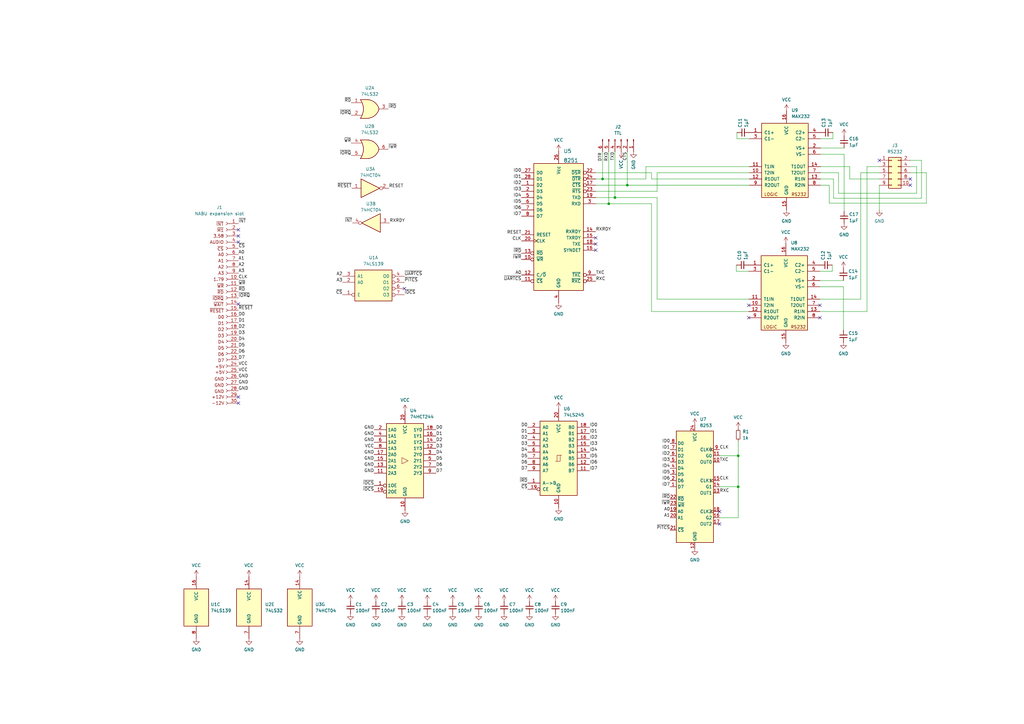
<source format=kicad_sch>
(kicad_sch (version 20211123) (generator eeschema)
  (paper "A3")
  (title_block (title "NABU-RS232") (date "2023-02-04") (rev "0.1") (company "Hans Hübner"))
  (lib_symbols
    (symbol "74xx:74HCT04"
      (property "Reference" "U" (at 0 1.27 0))
      (property "Value" "74HCT04" (at 0 -1.27 0))
      (symbol "74HCT04_1_0"
        (pin input line (at -7.62 0 0) (length 3.81) (name "~") (number "1"))
        (pin output inverted (at 7.62 0 180) (length 3.81) (name "~") (number "2"))
      )
      (symbol "74HCT04_2_0"
        (pin input line (at -7.62 0 0) (length 3.81) (name "~") (number "3"))
        (pin output inverted (at 7.62 0 180) (length 3.81) (name "~") (number "4"))
      )
      (symbol "74HCT04_3_0"
        (pin input line (at -7.62 0 0) (length 3.81) (name "~") (number "5"))
        (pin output inverted (at 7.62 0 180) (length 3.81) (name "~") (number "6"))
      )
      (symbol "74HCT04_4_0"
        (pin output inverted (at 7.62 0 180) (length 3.81) (name "~") (number "8"))
        (pin input line (at -7.62 0 0) (length 3.81) (name "~") (number "9"))
      )
      (symbol "74HCT04_5_0"
        (pin output inverted (at 7.62 0 180) (length 3.81) (name "~") (number "10"))
        (pin input line (at -7.62 0 0) (length 3.81) (name "~") (number "11"))
      )
      (symbol "74HCT04_6_0"
        (pin output inverted (at 7.62 0 180) (length 3.81) (name "~") (number "12"))
        (pin input line (at -7.62 0 0) (length 3.81) (name "~") (number "13"))
      )
      (symbol "74HCT04_7_0"
        (pin power_in line (at 0 12.7 270) (length 5.08) (name "VCC") (number "14"))
        (pin power_in line (at 0 -12.7 90) (length 5.08) (name "GND") (number "7"))
      )
    )
    (symbol "74xx:74HCT244"
      (property "Reference" "U" (at -7.62 16.51 0))
      (property "Value" "74HCT244" (at -7.62 -16.51 0))
      (symbol "74HCT244_1_0"
        (pin input inverted (at -12.7 -10.16 0) (length 5.08) (name "1OE") (number "1"))
        (pin power_in line (at 0 -20.32 90) (length 5.08) (name "GND") (number "10"))
        (pin input line (at -12.7 -5.08 0) (length 5.08) (name "2A3") (number "11"))
        (pin tri_state line (at 12.7 5.08 180) (length 5.08) (name "1Y3") (number "12"))
        (pin input line (at -12.7 -2.54 0) (length 5.08) (name "2A2") (number "13"))
        (pin tri_state line (at 12.7 7.62 180) (length 5.08) (name "1Y2") (number "14"))
        (pin input line (at -12.7 0 0) (length 5.08) (name "2A1") (number "15"))
        (pin tri_state line (at 12.7 10.16 180) (length 5.08) (name "1Y1") (number "16"))
        (pin input line (at -12.7 2.54 0) (length 5.08) (name "2A0") (number "17"))
        (pin tri_state line (at 12.7 12.7 180) (length 5.08) (name "1Y0") (number "18"))
        (pin input inverted (at -12.7 -12.7 0) (length 5.08) (name "2OE") (number "19"))
        (pin input line (at -12.7 12.7 0) (length 5.08) (name "1A0") (number "2"))
        (pin power_in line (at 0 20.32 270) (length 5.08) (name "VCC") (number "20"))
        (pin tri_state line (at 12.7 2.54 180) (length 5.08) (name "2Y0") (number "3"))
        (pin input line (at -12.7 10.16 0) (length 5.08) (name "1A1") (number "4"))
        (pin tri_state line (at 12.7 0 180) (length 5.08) (name "2Y1") (number "5"))
        (pin input line (at -12.7 7.62 0) (length 5.08) (name "1A2") (number "6"))
        (pin tri_state line (at 12.7 -2.54 180) (length 5.08) (name "2Y2") (number "7"))
        (pin input line (at -12.7 5.08 0) (length 5.08) (name "1A3") (number "8"))
        (pin tri_state line (at 12.7 -5.08 180) (length 5.08) (name "2Y3") (number "9"))
      )
    )
    (symbol "74xx:74LS139" (pin_names (offset 1.016))
      (property "Reference" "U" (at -7.62 8.89 0))
      (property "Value" "74LS139" (at -7.62 -8.89 0))
      (symbol "74LS139_1_0"
        (pin input inverted (at -12.7 -5.08 0) (length 5.08) (name "E") (number "1"))
        (pin input line (at -12.7 0 0) (length 5.08) (name "A0") (number "2"))
        (pin input line (at -12.7 2.54 0) (length 5.08) (name "A1") (number "3"))
        (pin output inverted (at 12.7 2.54 180) (length 5.08) (name "O0") (number "4"))
        (pin output inverted (at 12.7 0 180) (length 5.08) (name "O1") (number "5"))
        (pin output inverted (at 12.7 -2.54 180) (length 5.08) (name "O2") (number "6"))
        (pin output inverted (at 12.7 -5.08 180) (length 5.08) (name "O3") (number "7"))
      )
      (symbol "74LS139_2_0"
        (pin output inverted (at 12.7 -2.54 180) (length 5.08) (name "O2") (number "10"))
        (pin output inverted (at 12.7 0 180) (length 5.08) (name "O1") (number "11"))
        (pin output inverted (at 12.7 2.54 180) (length 5.08) (name "O0") (number "12"))
        (pin input line (at -12.7 2.54 0) (length 5.08) (name "A1") (number "13"))
        (pin input line (at -12.7 0 0) (length 5.08) (name "A0") (number "14"))
        (pin input inverted (at -12.7 -5.08 0) (length 5.08) (name "E") (number "15"))
        (pin output inverted (at 12.7 -5.08 180) (length 5.08) (name "O3") (number "9"))
      )
      (symbol "74LS139_3_0"
        (pin power_in line (at 0 12.7 270) (length 5.08) (name "VCC") (number "16"))
        (pin power_in line (at 0 -12.7 90) (length 5.08) (name "GND") (number "8"))
      )
    )
    (symbol "74xx:74LS245" (pin_names (offset 1.016))
      (property "Reference" "U" (at -7.62 16.51 0))
      (property "Value" "74LS245" (at -7.62 -16.51 0))
      (symbol "74LS245_1_0"
        (pin input line (at -12.7 -10.16 0) (length 5.08) (name "A->B") (number "1"))
        (pin power_in line (at 0 -20.32 90) (length 5.08) (name "GND") (number "10"))
        (pin tri_state line (at 12.7 -5.08 180) (length 5.08) (name "B7") (number "11"))
        (pin tri_state line (at 12.7 -2.54 180) (length 5.08) (name "B6") (number "12"))
        (pin tri_state line (at 12.7 0 180) (length 5.08) (name "B5") (number "13"))
        (pin tri_state line (at 12.7 2.54 180) (length 5.08) (name "B4") (number "14"))
        (pin tri_state line (at 12.7 5.08 180) (length 5.08) (name "B3") (number "15"))
        (pin tri_state line (at 12.7 7.62 180) (length 5.08) (name "B2") (number "16"))
        (pin tri_state line (at 12.7 10.16 180) (length 5.08) (name "B1") (number "17"))
        (pin tri_state line (at 12.7 12.7 180) (length 5.08) (name "B0") (number "18"))
        (pin input inverted (at -12.7 -12.7 0) (length 5.08) (name "CE") (number "19"))
        (pin tri_state line (at -12.7 12.7 0) (length 5.08) (name "A0") (number "2"))
        (pin power_in line (at 0 20.32 270) (length 5.08) (name "VCC") (number "20"))
        (pin tri_state line (at -12.7 10.16 0) (length 5.08) (name "A1") (number "3"))
        (pin tri_state line (at -12.7 7.62 0) (length 5.08) (name "A2") (number "4"))
        (pin tri_state line (at -12.7 5.08 0) (length 5.08) (name "A3") (number "5"))
        (pin tri_state line (at -12.7 2.54 0) (length 5.08) (name "A4") (number "6"))
        (pin tri_state line (at -12.7 0 0) (length 5.08) (name "A5") (number "7"))
        (pin tri_state line (at -12.7 -2.54 0) (length 5.08) (name "A6") (number "8"))
        (pin tri_state line (at -12.7 -5.08 0) (length 5.08) (name "A7") (number "9"))
      )
    )
    (symbol "74xx:74LS32" (pin_names (offset 1.016))
      (property "Reference" "U" (at 0 1.27 0))
      (property "Value" "74LS32" (at 0 -1.27 0))
      (symbol "74LS32_1_1"
        (pin input line (at -7.62 2.54 0) (length 4.318) (name "~") (number "1"))
        (pin input line (at -7.62 -2.54 0) (length 4.318) (name "~") (number "2"))
        (pin output line (at 7.62 0 180) (length 3.81) (name "~") (number "3"))
      )
      (symbol "74LS32_1_2"
        (pin input inverted (at -7.62 2.54 0) (length 3.81) (name "~") (number "1"))
        (pin input inverted (at -7.62 -2.54 0) (length 3.81) (name "~") (number "2"))
        (pin output inverted (at 7.62 0 180) (length 3.81) (name "~") (number "3"))
      )
      (symbol "74LS32_2_1"
        (pin input line (at -7.62 2.54 0) (length 4.318) (name "~") (number "4"))
        (pin input line (at -7.62 -2.54 0) (length 4.318) (name "~") (number "5"))
        (pin output line (at 7.62 0 180) (length 3.81) (name "~") (number "6"))
      )
      (symbol "74LS32_2_2"
        (pin input inverted (at -7.62 2.54 0) (length 3.81) (name "~") (number "4"))
        (pin input inverted (at -7.62 -2.54 0) (length 3.81) (name "~") (number "5"))
        (pin output inverted (at 7.62 0 180) (length 3.81) (name "~") (number "6"))
      )
      (symbol "74LS32_3_1"
        (pin input line (at -7.62 -2.54 0) (length 4.318) (name "~") (number "10"))
        (pin output line (at 7.62 0 180) (length 3.81) (name "~") (number "8"))
        (pin input line (at -7.62 2.54 0) (length 4.318) (name "~") (number "9"))
      )
      (symbol "74LS32_3_2"
        (pin input inverted (at -7.62 -2.54 0) (length 3.81) (name "~") (number "10"))
        (pin output inverted (at 7.62 0 180) (length 3.81) (name "~") (number "8"))
        (pin input inverted (at -7.62 2.54 0) (length 3.81) (name "~") (number "9"))
      )
      (symbol "74LS32_4_1"
        (pin output line (at 7.62 0 180) (length 3.81) (name "~") (number "11"))
        (pin input line (at -7.62 2.54 0) (length 4.318) (name "~") (number "12"))
        (pin input line (at -7.62 -2.54 0) (length 4.318) (name "~") (number "13"))
      )
      (symbol "74LS32_4_2"
        (pin output inverted (at 7.62 0 180) (length 3.81) (name "~") (number "11"))
        (pin input inverted (at -7.62 2.54 0) (length 3.81) (name "~") (number "12"))
        (pin input inverted (at -7.62 -2.54 0) (length 3.81) (name "~") (number "13"))
      )
      (symbol "74LS32_5_0"
        (pin power_in line (at 0 12.7 270) (length 5.08) (name "VCC") (number "14"))
        (pin power_in line (at 0 -12.7 90) (length 5.08) (name "GND") (number "7"))
      )
    )
    (symbol "8251:8251" (pin_names (offset 1.016))
      (property "Reference" "U" (at -7.62 33.02 0))
      (property "Value" "8251" (at 7.62 -21.59 0))
      (symbol "8251_1_1"
        (pin bidirectional line (at -15.24 22.86 0) (length 5.08) (name "D2") (number "1"))
        (pin input inverted (at -15.24 -7.62 0) (length 5.08) (name "~{WR}") (number "10"))
        (pin input inverted (at -15.24 -16.51 0) (length 5.08) (name "~{CS}") (number "11"))
        (pin input line (at -15.24 -13.97 0) (length 5.08) (name "C/~{D}") (number "12"))
        (pin input inverted (at -15.24 -5.08 0) (length 5.08) (name "~{RD}") (number "13"))
        (pin output line (at 15.24 3.81 180) (length 5.08) (name "RXRDY") (number "14"))
        (pin output line (at 15.24 1.27 180) (length 5.08) (name "TXRDY") (number "15"))
        (pin output line (at 15.24 -3.81 180) (length 5.08) (name "SYNDET") (number "16"))
        (pin passive inverted (at 15.24 22.86 180) (length 5.08) (name "~{CTS}") (number "17"))
        (pin output line (at 15.24 -1.27 180) (length 5.08) (name "TXE") (number "18"))
        (pin passive line (at 15.24 17.78 180) (length 5.08) (name "TXD") (number "19"))
        (pin bidirectional line (at -15.24 20.32 0) (length 5.08) (name "D3") (number "2"))
        (pin input clock (at -15.24 0 0) (length 5.08) (name "CLK") (number "20"))
        (pin input line (at -15.24 2.54 0) (length 5.08) (name "RESET") (number "21"))
        (pin passive inverted (at 15.24 27.94 180) (length 5.08) (name "~{DSR}") (number "22"))
        (pin output inverted (at 15.24 20.32 180) (length 5.08) (name "~{RTS}") (number "23"))
        (pin passive inverted (at 15.24 25.4 180) (length 5.08) (name "~{DTR}") (number "24"))
        (pin input inverted (at 15.24 -16.51 180) (length 5.08) (name "~{RXC}") (number "25"))
        (pin power_in line (at 0 36.83 270) (length 5.08) (name "Vcc") (number "26"))
        (pin input line (at -15.24 27.94 0) (length 5.08) (name "D0") (number "27"))
        (pin bidirectional line (at -15.24 25.4 0) (length 5.08) (name "D1") (number "28"))
        (pin passive line (at 15.24 15.24 180) (length 5.08) (name "RXD") (number "3"))
        (pin power_in line (at 0 -25.4 90) (length 5.08) (name "GND") (number "4"))
        (pin bidirectional line (at -15.24 17.78 0) (length 5.08) (name "D4") (number "5"))
        (pin bidirectional line (at -15.24 15.24 0) (length 5.08) (name "D5") (number "6"))
        (pin bidirectional line (at -15.24 12.7 0) (length 5.08) (name "D6") (number "7"))
        (pin bidirectional line (at -15.24 10.16 0) (length 5.08) (name "D7") (number "8"))
        (pin input inverted (at 15.24 -13.97 180) (length 5.08) (name "~{TXC}") (number "9"))
      )
    )
    (symbol "Connector:Conn_01x06_Male" (pin_names (offset 1.016) hide)
      (property "Reference" "J" (at 0 7.62 0))
      (property "Value" "Conn_01x06_Male" (at 0 -10.16 0))
      (symbol "Conn_01x06_Male_1_1"
        (pin passive line (at 5.08 5.08 180) (length 3.81) (name "Pin_1") (number "1"))
        (pin passive line (at 5.08 2.54 180) (length 3.81) (name "Pin_2") (number "2"))
        (pin passive line (at 5.08 0 180) (length 3.81) (name "Pin_3") (number "3"))
        (pin passive line (at 5.08 -2.54 180) (length 3.81) (name "Pin_4") (number "4"))
        (pin passive line (at 5.08 -5.08 180) (length 3.81) (name "Pin_5") (number "5"))
        (pin passive line (at 5.08 -7.62 180) (length 3.81) (name "Pin_6") (number "6"))
      )
    )
    (symbol "Connector_Generic:Conn_02x05_Odd_Even" (pin_names (offset 1.016) hide)
      (property "Reference" "J" (at 1.27 7.62 0))
      (property "Value" "Conn_02x05_Odd_Even" (at 1.27 -7.62 0))
      (symbol "Conn_02x05_Odd_Even_1_1"
        (pin passive line (at -5.08 5.08 0) (length 3.81) (name "Pin_1") (number "1"))
        (pin passive line (at 7.62 -5.08 180) (length 3.81) (name "Pin_10") (number "10"))
        (pin passive line (at 7.62 5.08 180) (length 3.81) (name "Pin_2") (number "2"))
        (pin passive line (at -5.08 2.54 0) (length 3.81) (name "Pin_3") (number "3"))
        (pin passive line (at 7.62 2.54 180) (length 3.81) (name "Pin_4") (number "4"))
        (pin passive line (at -5.08 0 0) (length 3.81) (name "Pin_5") (number "5"))
        (pin passive line (at 7.62 0 180) (length 3.81) (name "Pin_6") (number "6"))
        (pin passive line (at -5.08 -2.54 0) (length 3.81) (name "Pin_7") (number "7"))
        (pin passive line (at 7.62 -2.54 180) (length 3.81) (name "Pin_8") (number "8"))
        (pin passive line (at -5.08 -5.08 0) (length 3.81) (name "Pin_9") (number "9"))
      )
    )
    (symbol "Device:C_Small" (pin_numbers hide) (pin_names (offset 0.254) hide)
      (property "Reference" "C" (at 0.254 1.778 0))
      (property "Value" "C_Small" (at 0.254 -2.032 0))
      (symbol "C_Small_1_1"
        (pin passive line (at 0 2.54 270) (length 2.032) (name "~") (number "1"))
        (pin passive line (at 0 -2.54 90) (length 2.032) (name "~") (number "2"))
      )
    )
    (symbol "Device:R_Small" (pin_numbers hide) (pin_names (offset 0.254) hide)
      (property "Reference" "R" (at 0.762 0.508 0))
      (property "Value" "R_Small" (at 0.762 -1.016 0))
      (symbol "R_Small_1_1"
        (pin passive line (at 0 2.54 270) (length 0.762) (name "~") (number "1"))
        (pin passive line (at 0 -2.54 90) (length 0.762) (name "~") (number "2"))
      )
    )
    (symbol "Timer:8253"
      (property "Reference" "U" (at -5.08 24.13 0))
      (property "Value" "8253" (at 2.54 24.13 0))
      (symbol "8253_1_1"
        (pin bidirectional line (at -10.16 0 0) (length 2.54) (name "D7") (number "1"))
        (pin output line (at 10.16 10.16 180) (length 2.54) (name "OUT0") (number "10"))
        (pin input line (at 10.16 12.7 180) (length 2.54) (name "G0") (number "11"))
        (pin power_in line (at 0 -25.4 90) (length 2.54) (name "GND") (number "12"))
        (pin output line (at 10.16 -2.54 180) (length 2.54) (name "OUT1") (number "13"))
        (pin input line (at 10.16 0 180) (length 2.54) (name "G1") (number "14"))
        (pin input clock (at 10.16 2.54 180) (length 2.54) (name "CLK1") (number "15"))
        (pin input line (at 10.16 -12.7 180) (length 2.54) (name "G2") (number "16"))
        (pin output line (at 10.16 -15.24 180) (length 2.54) (name "OUT2") (number "17"))
        (pin input clock (at 10.16 -10.16 180) (length 2.54) (name "CLK2") (number "18"))
        (pin input line (at -10.16 -10.16 0) (length 2.54) (name "A0") (number "19"))
        (pin bidirectional line (at -10.16 2.54 0) (length 2.54) (name "D6") (number "2"))
        (pin input line (at -10.16 -12.7 0) (length 2.54) (name "A1") (number "20"))
        (pin input line (at -10.16 -17.78 0) (length 2.54) (name "~{CS}") (number "21"))
        (pin input line (at -10.16 -5.08 0) (length 2.54) (name "~{RD}") (number "22"))
        (pin input line (at -10.16 -7.62 0) (length 2.54) (name "~{WR}") (number "23"))
        (pin power_in line (at 0 25.4 270) (length 2.54) (name "VCC") (number "24"))
        (pin bidirectional line (at -10.16 5.08 0) (length 2.54) (name "D5") (number "3"))
        (pin bidirectional line (at -10.16 7.62 0) (length 2.54) (name "D4") (number "4"))
        (pin bidirectional line (at -10.16 10.16 0) (length 2.54) (name "D3") (number "5"))
        (pin bidirectional line (at -10.16 12.7 0) (length 2.54) (name "D2") (number "6"))
        (pin bidirectional line (at -10.16 15.24 0) (length 2.54) (name "D1") (number "7"))
        (pin bidirectional line (at -10.16 17.78 0) (length 2.54) (name "D0") (number "8"))
        (pin input clock (at 10.16 15.24 180) (length 2.54) (name "CLK0") (number "9"))
      )
    )
    (symbol "nabu-rs232:MAX232" (pin_names (offset 1.016))
      (property "Reference" "U1" (at -2.54 7.62 0))
      (property "Value" "MAX232" (at -5.08 5.08 0))
      (symbol "MAX232_0_0"
        (text "LOGIC" (at -6.35 -13.97 0) (effects (font (size 1.27 1.27))))
        (text "RS232" (at 5.08 -13.97 0) (effects (font (size 1.27 1.27))))
      )
      (symbol "MAX232_1_1"
        (pin passive line (at -15.24 11.43 0) (length 5.08) (name "C1+") (number "1"))
        (pin input line (at -15.24 -5.08 0) (length 5.08) (name "T2IN") (number "10"))
        (pin input line (at -15.24 -2.54 0) (length 5.08) (name "T1IN") (number "11"))
        (pin output line (at -15.24 -7.62 0) (length 5.08) (name "R1OUT") (number "12"))
        (pin input line (at 13.97 -7.62 180) (length 5.08) (name "R1IN") (number "13"))
        (pin output line (at 13.97 -2.54 180) (length 5.08) (name "T1OUT") (number "14"))
        (pin power_in line (at 0 -20.32 90) (length 5.08) (name "GND") (number "15"))
        (pin power_in line (at 0 20.32 270) (length 5.08) (name "VCC") (number "16"))
        (pin power_out line (at 13.97 5.08 180) (length 5.08) (name "VS+") (number "2"))
        (pin passive line (at -15.24 8.89 0) (length 5.08) (name "C1-") (number "3"))
        (pin passive line (at 13.97 11.43 180) (length 5.08) (name "C2+") (number "4"))
        (pin passive line (at 13.97 8.89 180) (length 5.08) (name "C2-") (number "5"))
        (pin power_out line (at 13.97 2.54 180) (length 5.08) (name "VS-") (number "6"))
        (pin output line (at 13.97 -5.08 180) (length 5.08) (name "T2OUT") (number "7"))
        (pin input line (at 13.97 -10.16 180) (length 5.08) (name "R2IN") (number "8"))
        (pin output line (at -15.24 -10.16 0) (length 5.08) (name "R2OUT") (number "9"))
      )
    )
    (symbol "nabu-rs232:NABU option connector" (pin_names (offset 1.016) hide)
      (property "Reference" "J1" (at -0.635 40.64 0))
      (property "Value" "NABU option connector" (at -0.635 38.1 0))
      (symbol "NABU option connector_0_0"
        (text "+12V" (at 3.302 -35.56 0) (effects (font (size 1.27 1.27))))
        (text "+5V" (at 2.54 -25.4 0) (effects (font (size 1.27 1.27))))
        (text "+5V" (at 2.54 -23.114 0) (effects (font (size 1.27 1.27))))
        (text "-12V" (at 3.302 -38.1 0) (effects (font (size 1.27 1.27))))
        (text "1.79" (at 3.048 12.7 0) (effects (font (size 1.27 1.27))))
        (text "3.58" (at 3.048 30.48 0) (effects (font (size 1.27 1.27))))
        (text "A0" (at 2.032 22.86 0) (effects (font (size 1.27 1.27))))
        (text "A1" (at 2.032 20.32 0) (effects (font (size 1.27 1.27))))
        (text "A2" (at 2.032 17.78 0) (effects (font (size 1.27 1.27))))
        (text "A3" (at 2.032 15.24 0) (effects (font (size 1.27 1.27))))
        (text "AUDIO" (at 3.81 27.94 0) (effects (font (size 1.27 1.27))))
        (text "D0" (at 2.032 -2.794 0) (effects (font (size 1.27 1.27))))
        (text "D1" (at 2.032 -5.334 0) (effects (font (size 1.27 1.27))))
        (text "D2" (at 2.032 -7.874 0) (effects (font (size 1.27 1.27))))
        (text "D3" (at 2.032 -10.414 0) (effects (font (size 1.27 1.27))))
        (text "D4" (at 2.032 -12.954 0) (effects (font (size 1.27 1.27))))
        (text "D5" (at 2.032 -15.494 0) (effects (font (size 1.27 1.27))))
        (text "D6" (at 2.032 -18.034 0) (effects (font (size 1.27 1.27))))
        (text "D7" (at 2.032 -20.574 0) (effects (font (size 1.27 1.27))))
        (text "GND" (at 2.794 -33.274 0) (effects (font (size 1.27 1.27))))
        (text "GND" (at 2.794 -30.734 0) (effects (font (size 1.27 1.27))))
        (text "GND" (at 2.794 -28.194 0) (effects (font (size 1.27 1.27))))
        (text "~{CS}" (at 2.286 25.146 0) (effects (font (size 1.27 1.27))))
        (text "~{INT}" (at 2.54 35.306 0) (effects (font (size 1.27 1.27))))
        (text "~{IORQ}" (at 3.302 4.826 0) (effects (font (size 1.27 1.27))))
        (text "~{M1}" (at 2.286 32.766 0) (effects (font (size 1.27 1.27))))
        (text "~{RD}" (at 2.286 7.366 0) (effects (font (size 1.27 1.27))))
        (text "~{RESET}" (at 3.81 -0.254 0) (effects (font (size 1.27 1.27))))
        (text "~{WAIT}" (at 3.048 2.286 0) (effects (font (size 1.27 1.27))))
        (text "~{WR}" (at 2.286 9.906 0) (effects (font (size 1.27 1.27))))
      )
      (symbol "NABU option connector_1_1"
        (pin input line (at -5.08 35.56 0) (length 3.81) (name "~{INT}") (number "1"))
        (pin output line (at -5.08 12.7 0) (length 3.81) (name "1.79") (number "10"))
        (pin output line (at -5.08 10.16 0) (length 3.81) (name "~{WR}") (number "11"))
        (pin output line (at -5.08 7.62 0) (length 3.81) (name "~{RD}") (number "12"))
        (pin output line (at -5.08 5.08 0) (length 3.81) (name "~{IORQ}") (number "13"))
        (pin input line (at -5.08 2.54 0) (length 3.81) (name "~{WAIT}") (number "14"))
        (pin output line (at -5.08 0 0) (length 3.81) (name "~{RESET}") (number "15"))
        (pin bidirectional line (at -5.08 -2.54 0) (length 3.81) (name "D0") (number "16"))
        (pin bidirectional line (at -5.08 -5.08 0) (length 3.81) (name "D1") (number "17"))
        (pin bidirectional line (at -5.08 -7.62 0) (length 3.81) (name "D2") (number "18"))
        (pin bidirectional line (at -5.08 -10.16 0) (length 3.81) (name "D3") (number "19"))
        (pin output line (at -5.08 33.02 0) (length 3.81) (name "~{M1}") (number "2"))
        (pin bidirectional line (at -5.08 -12.7 0) (length 3.81) (name "D4") (number "20"))
        (pin bidirectional line (at -5.08 -15.24 0) (length 3.81) (name "D5") (number "21"))
        (pin bidirectional line (at -5.08 -17.78 0) (length 3.81) (name "D6") (number "22"))
        (pin bidirectional line (at -5.08 -20.32 0) (length 3.81) (name "D7") (number "23"))
        (pin power_out line (at -5.08 -22.86 0) (length 3.81) (name "+5V") (number "24"))
        (pin power_out line (at -5.08 -25.4 0) (length 3.81) (name "+5V") (number "25"))
        (pin power_out line (at -5.08 -27.94 0) (length 3.81) (name "GND") (number "26"))
        (pin power_out line (at -5.08 -30.48 0) (length 3.81) (name "GND") (number "27"))
        (pin power_out line (at -5.08 -33.02 0) (length 3.81) (name "GND") (number "28"))
        (pin power_out line (at -5.08 -35.56 0) (length 3.81) (name "+12V") (number "29"))
        (pin output line (at -5.08 30.48 0) (length 3.81) (name "3.58") (number "3"))
        (pin power_out line (at -5.08 -38.1 0) (length 3.81) (name "-12V") (number "30"))
        (pin input line (at -5.08 27.94 0) (length 3.81) (name "AUDIO") (number "4"))
        (pin output line (at -5.08 25.4 0) (length 3.81) (name "~{CS}") (number "5"))
        (pin output line (at -5.08 22.86 0) (length 3.81) (name "A0") (number "6"))
        (pin output line (at -5.08 20.32 0) (length 3.81) (name "A1") (number "7"))
        (pin output line (at -5.08 17.78 0) (length 3.81) (name "A2") (number "8"))
        (pin output line (at -5.08 15.24 0) (length 3.81) (name "A3") (number "9"))
      )
    )
    (symbol "power:GND" (power) (pin_names (offset 0))
      (property "Value" "GND" (at 0 -3.81 0))
      (symbol "GND_1_1"
        (pin power_in line (at 0 0 270) (length 0) hide (name "GND") (number "1"))
      )
    )
    (symbol "power:VCC" (power) (pin_names (offset 0))
      (property "Value" "VCC" (at 0 3.81 0))
      (symbol "VCC_1_1"
        (pin power_in line (at 0 0 90) (length 0) hide (name "VCC") (number "1"))
      )
    )
  )
  (junction (at 257.302 75.946))
  (junction (at 247.142 73.406))
  (junction (at 249.682 83.566))
  (junction (at 302.768 186.944))
  (junction (at 302.768 199.644))
  (junction (at 252.222 81.026))
  (no_connect (at 295.148 209.804))
  (no_connect (at 295.148 214.884))
  (no_connect (at 336.296 125.222))
  (no_connect (at 307.086 130.302))
  (no_connect (at 307.086 125.222))
  (no_connect (at 97.79 94.234))
  (no_connect (at 97.79 124.714))
  (no_connect (at 97.79 99.314))
  (no_connect (at 97.79 96.774))
  (no_connect (at 97.79 162.814))
  (no_connect (at 97.79 165.354))
  (no_connect (at 165.862 118.364))
  (no_connect (at 360.68 65.786))
  (no_connect (at 373.38 75.946))
  (no_connect (at 373.38 73.406))
  (no_connect (at 244.348 102.616))
  (no_connect (at 244.348 97.536))
  (no_connect (at 244.348 100.076))
  (no_connect (at 336.296 130.302))
  (wire (pts (xy 302.006 111.252) (xy 307.086 111.252)))
  (wire (pts (xy 348.488 68.326) (xy 348.488 73.406)))
  (wire (pts (xy 252.222 62.23) (xy 252.222 81.026)))
  (wire (pts (xy 360.68 75.946) (xy 360.68 86.106)))
  (wire (pts (xy 269.494 70.866) (xy 307.34 70.866)))
  (wire (pts (xy 360.68 70.866) (xy 353.06 70.866)))
  (wire (pts (xy 249.682 83.566) (xy 267.208 83.566)))
  (wire (pts (xy 379.984 70.866) (xy 373.38 70.866)))
  (wire (pts (xy 336.55 56.896) (xy 341.63 56.896)))
  (wire (pts (xy 348.488 73.406) (xy 360.68 73.406)))
  (wire (pts (xy 269.494 78.486) (xy 269.494 70.866)))
  (wire (pts (xy 336.55 73.406) (xy 341.884 73.406)))
  (wire (pts (xy 341.884 73.406) (xy 341.884 81.28)))
  (wire (pts (xy 336.55 63.246) (xy 346.202 63.246)))
  (wire (pts (xy 247.142 73.406) (xy 264.922 73.406)))
  (wire (pts (xy 302.26 56.896) (xy 307.34 56.896)))
  (wire (pts (xy 244.348 78.486) (xy 269.494 78.486)))
  (wire (pts (xy 336.55 70.866) (xy 343.916 70.866)))
  (wire (pts (xy 302.768 186.944) (xy 302.768 199.644)))
  (wire (pts (xy 302.768 212.344) (xy 302.768 199.644)))
  (wire (pts (xy 267.208 73.406) (xy 307.34 73.406)))
  (wire (pts (xy 244.348 73.406) (xy 247.142 73.406)))
  (wire (pts (xy 336.55 75.946) (xy 340.106 75.946)))
  (wire (pts (xy 341.884 81.28) (xy 377.952 81.28)))
  (wire (pts (xy 264.922 68.326) (xy 264.922 73.406)))
  (wire (pts (xy 375.92 79.248) (xy 375.92 68.326)))
  (wire (pts (xy 341.63 54.356) (xy 341.63 56.896)))
  (wire (pts (xy 377.952 65.786) (xy 373.38 65.786)))
  (wire (pts (xy 336.296 117.602) (xy 345.948 117.602)))
  (wire (pts (xy 244.348 83.566) (xy 249.682 83.566)))
  (wire (pts (xy 295.148 199.644) (xy 302.768 199.644)))
  (wire (pts (xy 267.208 83.566) (xy 267.208 127.762)))
  (wire (pts (xy 302.26 54.356) (xy 302.26 56.896)))
  (wire (pts (xy 336.296 127.762) (xy 355.6 127.762)))
  (wire (pts (xy 353.06 122.682) (xy 336.296 122.682)))
  (wire (pts (xy 244.348 70.866) (xy 267.208 70.866)))
  (wire (pts (xy 340.106 83.312) (xy 379.984 83.312)))
  (wire (pts (xy 343.916 79.248) (xy 375.92 79.248)))
  (wire (pts (xy 295.148 186.944) (xy 302.768 186.944)))
  (wire (pts (xy 336.55 60.706) (xy 346.202 60.706)))
  (wire (pts (xy 295.148 212.344) (xy 302.768 212.344)))
  (wire (pts (xy 355.6 127.762) (xy 355.6 68.326)))
  (wire (pts (xy 302.768 186.944) (xy 302.768 180.848)))
  (wire (pts (xy 257.302 62.23) (xy 257.302 75.946)))
  (wire (pts (xy 302.006 108.712) (xy 302.006 111.252)))
  (wire (pts (xy 346.202 63.246) (xy 346.202 86.614)))
  (wire (pts (xy 249.682 62.23) (xy 249.682 83.566)))
  (wire (pts (xy 269.494 122.682) (xy 307.086 122.682)))
  (wire (pts (xy 247.142 62.23) (xy 247.142 73.406)))
  (wire (pts (xy 267.208 127.762) (xy 307.086 127.762)))
  (wire (pts (xy 345.948 117.602) (xy 345.948 135.382)))
  (wire (pts (xy 336.55 68.326) (xy 348.488 68.326)))
  (wire (pts (xy 375.92 68.326) (xy 373.38 68.326)))
  (wire (pts (xy 341.376 108.712) (xy 341.376 111.252)))
  (wire (pts (xy 336.296 111.252) (xy 341.376 111.252)))
  (wire (pts (xy 269.494 81.026) (xy 269.494 122.682)))
  (wire (pts (xy 307.34 68.326) (xy 264.922 68.326)))
  (wire (pts (xy 343.916 70.866) (xy 343.916 79.248)))
  (wire (pts (xy 336.296 115.062) (xy 345.948 115.062)))
  (wire (pts (xy 379.984 83.312) (xy 379.984 70.866)))
  (wire (pts (xy 353.06 70.866) (xy 353.06 122.682)))
  (wire (pts (xy 267.208 70.866) (xy 267.208 73.406)))
  (wire (pts (xy 340.106 75.946) (xy 340.106 83.312)))
  (wire (pts (xy 377.952 81.28) (xy 377.952 65.786)))
  (wire (pts (xy 244.348 75.946) (xy 257.302 75.946)))
  (wire (pts (xy 257.302 75.946) (xy 307.34 75.946)))
  (wire (pts (xy 244.348 81.026) (xy 252.222 81.026)))
  (wire (pts (xy 355.6 68.326) (xy 360.68 68.326)))
  (wire (pts (xy 252.222 81.026) (xy 269.494 81.026)))
  (label "~{IRD}" (at 216.408 198.12 180))
  (label "GND" (at 153.416 194.056 180))
  (label "~{IWR}" (at 274.828 207.264 180))
  (label "ID6" (at 274.828 197.104 180))
  (label "DTR" (at 247.142 62.484 270))
  (label "~{WR}" (at 97.79 117.094 0))
  (label "A2" (at 140.462 113.284 180))
  (label "GND" (at 153.416 186.436 180))
  (label "TXC" (at 295.148 189.484 0))
  (label "~{IDCS}" (at 153.416 199.136 180))
  (label "A1" (at 97.79 106.934 0))
  (label "VCC" (at 97.79 150.114 0))
  (label "ID2" (at 274.828 186.944 180))
  (label "~{IRD}" (at 274.828 204.724 180))
  (label "GND" (at 153.416 188.976 180))
  (label "~{IRD}" (at 213.868 103.886 180))
  (label "~{CS}" (at 140.462 120.904 180))
  (label "CLK" (at 295.148 184.404 0))
  (label "RESET" (at 213.868 96.266 180))
  (label "RXD" (at 249.682 62.23 270))
  (label "CTS" (at 257.302 62.23 270))
  (label "D0" (at 178.816 176.276 0))
  (label "D3" (at 178.816 183.896 0))
  (label "RESET" (at 159.512 77.216 0))
  (label "~{INT}" (at 97.79 91.694 0))
  (label "D5" (at 178.816 188.976 0))
  (label "ID0" (at 241.808 175.26 0))
  (label "~{RESET}" (at 97.79 127.254 0))
  (label "D2" (at 97.79 134.874 0))
  (label "ID2" (at 213.868 75.946 180))
  (label "ID5" (at 213.868 83.566 180))
  (label "ID7" (at 213.868 88.646 180))
  (label "~{CS}" (at 216.408 200.66 180))
  (label "GND" (at 97.79 155.194 0))
  (label "ID4" (at 213.868 81.026 180))
  (label "RXC" (at 295.148 202.184 0))
  (label "ID5" (at 241.808 187.96 0))
  (label "~{PITCS}" (at 274.828 217.424 180))
  (label "A3" (at 97.79 112.014 0))
  (label "D7" (at 97.79 147.574 0))
  (label "A0" (at 97.79 104.394 0))
  (label "~{RD}" (at 97.79 119.634 0))
  (label "ID6" (at 213.868 86.106 180))
  (label "D5" (at 97.79 142.494 0))
  (label "~{PITCS}" (at 165.862 115.824 0))
  (label "A1" (at 274.828 212.344 180))
  (label "D0" (at 216.408 175.26 180))
  (label "~{IORQ}" (at 144.018 63.754 180))
  (label "GND" (at 153.416 181.356 180))
  (label "D3" (at 216.408 182.88 180))
  (label "ID6" (at 241.808 190.5 0))
  (label "~{IWR}" (at 213.868 106.426 180))
  (label "CLK" (at 213.868 98.806 180))
  (label "GND" (at 153.416 176.276 180))
  (label "ID4" (at 241.808 185.42 0))
  (label "D2" (at 216.408 180.34 180))
  (label "TXC" (at 244.348 112.776 0))
  (label "~{UARTCS}" (at 165.862 113.284 0))
  (label "~{CS}" (at 97.79 101.854 0))
  (label "~{IRD}" (at 159.258 44.704 0))
  (label "D3" (at 97.79 137.414 0))
  (label "ID3" (at 213.868 78.486 180))
  (label "~{RESET}" (at 144.272 77.216 180))
  (label "RXRDY" (at 244.348 94.996 0))
  (label "VCC" (at 153.416 183.896 180))
  (label "GND" (at 97.79 160.274 0))
  (label "D4" (at 97.79 139.954 0))
  (label "D1" (at 97.79 132.334 0))
  (label "~{INT}" (at 144.526 91.44 180))
  (label "ID3" (at 241.808 182.88 0))
  (label "~{IWR}" (at 159.258 61.214 0))
  (label "A3" (at 140.462 115.824 180))
  (label "A2" (at 97.79 109.474 0))
  (label "ID2" (at 241.808 180.34 0))
  (label "ID5" (at 274.828 194.564 180))
  (label "D6" (at 216.408 190.5 180))
  (label "RXRDY" (at 159.766 91.44 0))
  (label "D1" (at 216.408 177.8 180))
  (label "ID3" (at 274.828 189.484 180))
  (label "ID1" (at 241.808 177.8 0))
  (label "D7" (at 216.408 193.04 180))
  (label "D0" (at 97.79 129.794 0))
  (label "TXD" (at 252.222 62.23 270))
  (label "ID1" (at 274.828 184.404 180))
  (label "A0" (at 274.828 209.804 180))
  (label "~{IDCS}" (at 165.862 120.904 0))
  (label "D4" (at 178.816 186.436 0))
  (label "~{IORQ}" (at 97.79 122.174 0))
  (label "~{IORQ}" (at 144.018 47.244 180))
  (label "D6" (at 178.816 191.516 0))
  (label "GND" (at 153.416 178.816 180))
  (label "~{RD}" (at 144.018 42.164 180))
  (label "CLK" (at 97.79 114.554 0))
  (label "VCC" (at 97.79 152.654 0))
  (label "D5" (at 216.408 187.96 180))
  (label "A0" (at 213.868 112.776 180))
  (label "ID0" (at 274.828 181.864 180))
  (label "CLK" (at 295.148 197.104 0))
  (label "D6" (at 97.79 145.034 0))
  (label "ID1" (at 213.868 73.406 180))
  (label "ID7" (at 274.828 199.644 180))
  (label "ID7" (at 241.808 193.04 0))
  (label "RXC" (at 244.348 115.316 0))
  (label "D4" (at 216.408 185.42 180))
  (label "D7" (at 178.816 194.056 0))
  (label "GND" (at 97.79 157.734 0))
  (label "ID0" (at 213.868 70.866 180))
  (label "ID4" (at 274.828 192.024 180))
  (label "~{UARTCS}" (at 213.868 115.316 180))
  (label "GND" (at 153.416 191.516 180))
  (label "~{IDCS}" (at 153.416 201.676 180))
  (label "D2" (at 178.816 181.356 0))
  (label "~{WR}" (at 144.018 58.674 180))
  (label "D1" (at 178.816 178.816 0))
  (symbol (lib_id "power:GND") (at 196.342 251.714 0) (unit 1)
    (property "Reference" "#PWR0110" (effects hide))
    (property "Value" "GND" (at 196.342 256.286 0))
  )
  (symbol (lib_id "nabu-rs232:NABU option connector") (at 92.71 127.254 0) (mirror y) (unit 1)
    (property "Reference" "J1" (at 90.0021 85.09 0))
    (property "Value" "NABU expansion slot" (at 90.0021 87.63 0))
    (property "Footprint" "Connector_PinSocket_2.54mm:NABU_Option_Connector" (effects hide))
  )
  (symbol (lib_id "Device:C_Small") (at 346.202 58.166 0) (unit 1)
    (property "Reference" "C16" (at 348.234 56.896 0) (effects (justify left)))
    (property "Value" "1µF" (at 348.234 59.436 0) (effects (justify left)))
    (property "Footprint" "Capacitor_SMD:C_0603_1608Metric_Pad1.08x0.95mm_HandSolder" (effects hide))
  )
  (symbol (lib_id "Device:C_Small") (at 338.836 108.712 90) (unit 1)
    (property "Reference" "C12" (at 337.566 106.68 0) (effects (justify left)))
    (property "Value" "1µF" (at 340.106 106.68 0) (effects (justify left)))
    (property "Footprint" "Capacitor_SMD:C_0603_1608Metric_Pad1.08x0.95mm_HandSolder" (effects hide))
  )
  (symbol (lib_id "nabu-rs232:MAX232") (at 322.326 120.142 0) (unit 1)
    (property "Reference" "U8" (at 324.3454 99.568 0) (effects (justify left)))
    (property "Value" "MAX232" (at 324.3454 102.108 0) (effects (justify left)))
    (property "Footprint" "Package_SO:SOP-16_4.55x10.3mm_P1.27mm" (effects hide))
    (property "Datasheet" "http://www.ti.com/lit/ds/symlink/max232.pdf" (effects hide))
  )
  (symbol (lib_id "Device:C_Small") (at 345.948 112.522 0) (unit 1)
    (property "Reference" "C14" (at 347.98 111.252 0) (effects (justify left)))
    (property "Value" "1µF" (at 347.98 113.792 0) (effects (justify left)))
    (property "Footprint" "Capacitor_SMD:C_0603_1608Metric_Pad1.08x0.95mm_HandSolder" (effects hide))
  )
  (symbol (lib_id "power:VCC") (at 143.764 246.634 0) (unit 1)
    (property "Reference" "#PWR0123" (effects hide))
    (property "Value" "VCC" (at 143.764 242.062 0))
  )
  (symbol (lib_id "74xx:74HCT04") (at 151.892 77.216 0) (unit 1)
    (property "Reference" "U3" (at 151.892 69.342 0))
    (property "Value" "74HCT04" (at 151.892 71.882 0))
    (property "Footprint" "Package_SO:SOP-14_4.55x10.3mm_P1.27mm" (effects hide))
    (property "Datasheet" "https://assets.nexperia.com/documents/data-sheet/74HC_HCT04.pdf" (effects hide))
  )
  (symbol (lib_id "Device:C_Small") (at 185.674 249.174 0) (unit 1)
    (property "Reference" "C5" (at 187.706 247.904 0) (effects (justify left)))
    (property "Value" "100nF" (at 187.706 250.444 0) (effects (justify left)))
    (property "Footprint" "Capacitor_SMD:C_0603_1608Metric_Pad1.08x0.95mm_HandSolder" (effects hide))
  )
  (symbol (lib_id "power:VCC") (at 229.108 167.64 0) (unit 1)
    (property "Reference" "#PWR0103" (effects hide))
    (property "Value" "VCC" (at 229.108 163.068 0))
  )
  (symbol (lib_id "Device:C_Small") (at 206.756 249.174 0) (unit 1)
    (property "Reference" "C7" (at 208.788 247.904 0) (effects (justify left)))
    (property "Value" "100nF" (at 208.788 250.444 0) (effects (justify left)))
    (property "Footprint" "Capacitor_SMD:C_0603_1608Metric_Pad1.08x0.95mm_HandSolder" (effects hide))
  )
  (symbol (lib_id "power:GND") (at 346.202 91.694 0) (unit 1)
    (property "Reference" "#PWR0143" (effects hide))
    (property "Value" "GND" (at 346.202 96.266 0))
  )
  (symbol (lib_id "power:GND") (at 102.108 261.874 0) (unit 1)
    (property "Reference" "#PWR0112" (effects hide))
    (property "Value" "GND" (at 102.108 266.446 0))
  )
  (symbol (lib_id "Device:R_Small") (at 302.768 178.308 0) (unit 1)
    (property "Reference" "R1" (at 304.546 177.0379 0) (effects (justify left)))
    (property "Value" "1k" (at 304.546 179.5779 0) (effects (justify left)))
    (property "Footprint" "Resistor_SMD:R_0805_2012Metric_Pad1.20x1.40mm_HandSolder" (effects hide))
  )
  (symbol (lib_id "power:GND") (at 229.108 124.206 0) (unit 1)
    (property "Reference" "#PWR0101" (effects hide))
    (property "Value" "GND" (at 229.108 128.778 0))
  )
  (symbol (lib_id "power:GND") (at 227.838 251.714 0) (unit 1)
    (property "Reference" "#PWR0128" (effects hide))
    (property "Value" "GND" (at 227.838 256.286 0))
  )
  (symbol (lib_id "74xx:74LS32") (at 151.638 61.214 0) (unit 2)
    (property "Reference" "U2" (at 151.638 51.816 0))
    (property "Value" "74LS32" (at 151.638 54.356 0))
    (property "Footprint" "Package_SO:SOP-14_4.55x10.3mm_P1.27mm" (effects hide))
    (property "Datasheet" "http://www.ti.com/lit/gpn/sn74LS32" (effects hide))
  )
  (symbol (lib_id "nabu-rs232:MAX232") (at 322.58 65.786 0) (unit 1)
    (property "Reference" "U9" (at 324.5994 45.212 0) (effects (justify left)))
    (property "Value" "MAX232" (at 324.5994 47.752 0) (effects (justify left)))
    (property "Footprint" "Package_SO:SOP-16_4.55x10.3mm_P1.27mm" (effects hide))
    (property "Datasheet" "http://www.ti.com/lit/ds/symlink/max232.pdf" (effects hide))
  )
  (symbol (lib_id "power:VCC") (at 322.58 45.466 0) (unit 1)
    (property "Reference" "#PWR0137" (effects hide))
    (property "Value" "VCC" (at 322.58 40.894 0))
  )
  (symbol (lib_id "74xx:74HCT244") (at 166.116 188.976 0) (unit 1)
    (property "Reference" "U4" (at 168.1354 168.402 0) (effects (justify left)))
    (property "Value" "74HCT244" (at 168.1354 170.942 0) (effects (justify left)))
    (property "Footprint" "Package_SO:SOP-20_7.5x12.8mm_P1.27mm" (effects hide))
    (property "Datasheet" "https://assets.nexperia.com/documents/data-sheet/74HC_HCT244.pdf" (effects hide))
  )
  (symbol (lib_id "Device:C_Small") (at 175.26 249.174 0) (unit 1)
    (property "Reference" "C4" (at 177.292 247.904 0) (effects (justify left)))
    (property "Value" "100nF" (at 177.292 250.444 0) (effects (justify left)))
    (property "Footprint" "Capacitor_SMD:C_0603_1608Metric_Pad1.08x0.95mm_HandSolder" (effects hide))
  )
  (symbol (lib_id "power:GND") (at 80.518 261.874 0) (unit 1)
    (property "Reference" "#PWR0113" (effects hide))
    (property "Value" "GND" (at 80.518 266.446 0))
  )
  (symbol (lib_id "power:VCC") (at 346.202 55.626 0) (unit 1)
    (property "Reference" "#PWR0144" (effects hide))
    (property "Value" "VCC" (at 346.202 51.054 0))
  )
  (symbol (lib_id "power:VCC") (at 284.988 174.244 0) (unit 1)
    (property "Reference" "#PWR0136" (effects hide))
    (property "Value" "VCC" (at 284.988 169.672 0))
  )
  (symbol (lib_id "74xx:74LS32") (at 151.638 44.704 0) (unit 1)
    (property "Reference" "U2" (at 151.638 36.068 0))
    (property "Value" "74LS32" (at 151.638 38.608 0))
    (property "Footprint" "Package_SO:SOP-14_4.55x10.3mm_P1.27mm" (effects hide))
    (property "Datasheet" "http://www.ti.com/lit/gpn/sn74LS32" (effects hide))
  )
  (symbol (lib_id "74xx:74LS139") (at 80.518 249.174 0) (unit 3)
    (property "Reference" "U1" (at 86.36 247.9039 0) (effects (justify left)))
    (property "Value" "74LS139" (at 86.36 250.4439 0) (effects (justify left)))
    (property "Footprint" "Package_SO:SOP-16_4.55x10.3mm_P1.27mm" (effects hide))
    (property "Datasheet" "http://www.ti.com/lit/ds/symlink/sn74ls139a.pdf" (effects hide))
  )
  (symbol (lib_id "power:GND") (at 164.846 251.714 0) (unit 1)
    (property "Reference" "#PWR0120" (effects hide))
    (property "Value" "GND" (at 164.846 256.286 0))
  )
  (symbol (lib_id "power:GND") (at 217.17 251.714 0) (unit 1)
    (property "Reference" "#PWR0127" (effects hide))
    (property "Value" "GND" (at 217.17 256.286 0))
  )
  (symbol (lib_id "power:VCC") (at 227.838 246.634 0) (unit 1)
    (property "Reference" "#PWR0129" (effects hide))
    (property "Value" "VCC" (at 227.838 242.062 0))
  )
  (symbol (lib_id "Device:C_Small") (at 154.178 249.174 0) (unit 1)
    (property "Reference" "C2" (at 156.21 247.904 0) (effects (justify left)))
    (property "Value" "100nF" (at 156.21 250.444 0) (effects (justify left)))
    (property "Footprint" "Capacitor_SMD:C_0603_1608Metric_Pad1.08x0.95mm_HandSolder" (effects hide))
  )
  (symbol (lib_id "power:GND") (at 185.674 251.714 0) (unit 1)
    (property "Reference" "#PWR0107" (effects hide))
    (property "Value" "GND" (at 185.674 256.286 0))
  )
  (symbol (lib_id "power:VCC") (at 166.116 168.656 0) (unit 1)
    (property "Reference" "#PWR0117" (effects hide))
    (property "Value" "VCC" (at 166.116 164.084 0))
  )
  (symbol (lib_id "power:GND") (at 166.116 209.296 0) (unit 1)
    (property "Reference" "#PWR0118" (effects hide))
    (property "Value" "GND" (at 166.116 213.868 0))
  )
  (symbol (lib_id "74xx:74HCT04") (at 122.936 249.174 0) (unit 7)
    (property "Reference" "U3" (at 129.286 247.9039 0) (effects (justify left)))
    (property "Value" "74HCT04" (at 129.286 250.4439 0) (effects (justify left)))
    (property "Footprint" "Package_SO:SOP-14_4.55x10.3mm_P1.27mm" (effects hide))
    (property "Datasheet" "https://assets.nexperia.com/documents/data-sheet/74HC_HCT04.pdf" (effects hide))
  )
  (symbol (lib_id "Device:C_Small") (at 304.546 108.712 90) (unit 1)
    (property "Reference" "C10" (at 303.276 106.68 0) (effects (justify left)))
    (property "Value" "1µF" (at 305.816 106.68 0) (effects (justify left)))
    (property "Footprint" "Capacitor_SMD:C_0603_1608Metric_Pad1.08x0.95mm_HandSolder" (effects hide))
  )
  (symbol (lib_id "power:GND") (at 122.936 261.874 0) (unit 1)
    (property "Reference" "#PWR0111" (effects hide))
    (property "Value" "GND" (at 122.936 266.446 0))
  )
  (symbol (lib_id "power:VCC") (at 196.342 246.634 0) (unit 1)
    (property "Reference" "#PWR0108" (effects hide))
    (property "Value" "VCC" (at 196.342 242.062 0))
  )
  (symbol (lib_id "power:VCC") (at 217.17 246.634 0) (unit 1)
    (property "Reference" "#PWR0104" (effects hide))
    (property "Value" "VCC" (at 217.17 242.062 0))
  )
  (symbol (lib_id "Device:C_Small") (at 196.342 249.174 0) (unit 1)
    (property "Reference" "C6" (at 198.374 247.904 0) (effects (justify left)))
    (property "Value" "100nF" (at 198.374 250.444 0) (effects (justify left)))
    (property "Footprint" "Capacitor_SMD:C_0603_1608Metric_Pad1.08x0.95mm_HandSolder" (effects hide))
  )
  (symbol (lib_id "power:VCC") (at 322.326 99.822 0) (unit 1)
    (property "Reference" "#PWR0138" (effects hide))
    (property "Value" "VCC" (at 322.326 95.25 0))
  )
  (symbol (lib_id "power:GND") (at 229.108 208.28 0) (unit 1)
    (property "Reference" "#PWR0130" (effects hide))
    (property "Value" "GND" (at 229.108 212.852 0))
  )
  (symbol (lib_id "74xx:74LS32") (at 102.108 249.174 0) (unit 5)
    (property "Reference" "U2" (at 108.712 247.9039 0) (effects (justify left)))
    (property "Value" "74LS32" (at 108.712 250.4439 0) (effects (justify left)))
    (property "Footprint" "Package_SO:SOP-14_4.55x10.3mm_P1.27mm" (effects hide))
    (property "Datasheet" "http://www.ti.com/lit/gpn/sn74LS32" (effects hide))
  )
  (symbol (lib_id "power:GND") (at 154.178 251.714 0) (unit 1)
    (property "Reference" "#PWR0124" (effects hide))
    (property "Value" "GND" (at 154.178 256.286 0))
  )
  (symbol (lib_id "power:VCC") (at 154.178 246.634 0) (unit 1)
    (property "Reference" "#PWR0125" (effects hide))
    (property "Value" "VCC" (at 154.178 242.062 0))
  )
  (symbol (lib_id "Timer:8253") (at 284.988 199.644 0) (unit 1)
    (property "Reference" "U7" (at 287.0074 171.958 0) (effects (justify left)))
    (property "Value" "8253" (at 287.0074 174.498 0) (effects (justify left)))
    (property "Footprint" "Package_DIP:DIP-24_W15.24mm" (effects hide))
    (property "Datasheet" "http://www.cpcwiki.eu/imgs/e/e3/8253.pdf" (effects hide))
  )
  (symbol (lib_id "Device:C_Small") (at 339.09 54.356 90) (unit 1)
    (property "Reference" "C13" (at 337.82 52.324 0) (effects (justify left)))
    (property "Value" "1µF" (at 340.36 52.324 0) (effects (justify left)))
    (property "Footprint" "Capacitor_SMD:C_0603_1608Metric_Pad1.08x0.95mm_HandSolder" (effects hide))
  )
  (symbol (lib_id "power:VCC") (at 206.756 246.634 0) (unit 1)
    (property "Reference" "#PWR0105" (effects hide))
    (property "Value" "VCC" (at 206.756 242.062 0))
  )
  (symbol (lib_id "power:VCC") (at 80.518 236.474 0) (unit 1)
    (property "Reference" "#PWR0114" (effects hide))
    (property "Value" "VCC" (at 80.518 231.902 0))
  )
  (symbol (lib_id "power:GND") (at 360.68 86.106 0) (unit 1)
    (property "Reference" "#PWR0131" (effects hide))
    (property "Value" "GND" (at 360.68 90.678 0))
  )
  (symbol (lib_id "Device:C_Small") (at 304.8 54.356 90) (unit 1)
    (property "Reference" "C11" (at 303.53 52.324 0) (effects (justify left)))
    (property "Value" "1µF" (at 306.07 52.324 0) (effects (justify left)))
    (property "Footprint" "Capacitor_SMD:C_0603_1608Metric_Pad1.08x0.95mm_HandSolder" (effects hide))
  )
  (symbol (lib_id "power:VCC") (at 345.948 109.982 0) (unit 1)
    (property "Reference" "#PWR0142" (effects hide))
    (property "Value" "VCC" (at 345.948 105.41 0))
  )
  (symbol (lib_id "Connector:Conn_01x06_Male") (at 254.762 57.15 270) (unit 1)
    (property "Reference" "J2" (at 253.492 52.07 90))
    (property "Value" "TTL" (at 253.492 54.61 90))
    (property "Footprint" "Connector_PinHeader_2.54mm:PinHeader_1x06_P2.54mm_Horizontal" (effects hide))
  )
  (symbol (lib_id "power:VCC") (at 102.108 236.474 0) (unit 1)
    (property "Reference" "#PWR0115" (effects hide))
    (property "Value" "VCC" (at 102.108 231.902 0))
  )
  (symbol (lib_id "74xx:74HCT04") (at 152.146 91.44 180) (unit 2)
    (property "Reference" "U3" (at 152.146 83.566 0))
    (property "Value" "74HCT04" (at 152.146 86.106 0))
    (property "Footprint" "Package_SO:SOP-14_4.55x10.3mm_P1.27mm" (effects hide))
    (property "Datasheet" "https://assets.nexperia.com/documents/data-sheet/74HC_HCT04.pdf" (effects hide))
  )
  (symbol (lib_id "power:VCC") (at 122.936 236.474 0) (unit 1)
    (property "Reference" "#PWR0116" (effects hide))
    (property "Value" "VCC" (at 122.936 231.902 0))
  )
  (symbol (lib_id "Device:C_Small") (at 227.838 249.174 0) (unit 1)
    (property "Reference" "C9" (at 229.87 247.904 0) (effects (justify left)))
    (property "Value" "100nF" (at 229.87 250.444 0) (effects (justify left)))
    (property "Footprint" "Capacitor_SMD:C_0603_1608Metric_Pad1.08x0.95mm_HandSolder" (effects hide))
  )
  (symbol (lib_id "power:VCC") (at 185.674 246.634 0) (unit 1)
    (property "Reference" "#PWR0109" (effects hide))
    (property "Value" "VCC" (at 185.674 242.062 0))
  )
  (symbol (lib_id "Connector_Generic:Conn_02x05_Odd_Even") (at 365.76 70.866 0) (unit 1)
    (property "Reference" "J3" (at 367.03 59.69 0))
    (property "Value" "RS232" (at 367.03 62.23 0))
    (property "Footprint" "Connector_PinHeader_2.54mm:PinHeader_2x05_P2.54mm_Horizontal" (effects hide))
  )
  (symbol (lib_id "Device:C_Small") (at 346.202 89.154 0) (unit 1)
    (property "Reference" "C17" (at 348.234 87.884 0) (effects (justify left)))
    (property "Value" "1µF" (at 348.234 90.424 0) (effects (justify left)))
    (property "Footprint" "Capacitor_SMD:C_0603_1608Metric_Pad1.08x0.95mm_HandSolder" (effects hide))
  )
  (symbol (lib_id "Device:C_Small") (at 345.948 137.922 0) (unit 1)
    (property "Reference" "C15" (at 347.98 136.652 0) (effects (justify left)))
    (property "Value" "1µF" (at 347.98 139.192 0) (effects (justify left)))
    (property "Footprint" "Capacitor_SMD:C_0603_1608Metric_Pad1.08x0.95mm_HandSolder" (effects hide))
  )
  (symbol (lib_id "power:GND") (at 206.756 251.714 0) (unit 1)
    (property "Reference" "#PWR0106" (effects hide))
    (property "Value" "GND" (at 206.756 256.286 0))
  )
  (symbol (lib_id "power:VCC") (at 254.762 62.23 180) (unit 1)
    (property "Reference" "#PWR0133" (effects hide))
    (property "Value" "VCC" (at 254.762 69.342 90) (effects (justify right)))
  )
  (symbol (lib_id "power:VCC") (at 302.768 175.768 0) (unit 1)
    (property "Reference" "#PWR0135" (effects hide))
    (property "Value" "VCC" (at 302.768 171.196 0))
  )
  (symbol (lib_id "power:VCC") (at 229.108 61.976 0) (unit 1)
    (property "Reference" "#PWR0102" (effects hide))
    (property "Value" "VCC" (at 229.108 57.404 0))
  )
  (symbol (lib_id "Device:C_Small") (at 164.846 249.174 0) (unit 1)
    (property "Reference" "C3" (at 166.878 247.904 0) (effects (justify left)))
    (property "Value" "100nF" (at 166.878 250.444 0) (effects (justify left)))
    (property "Footprint" "Capacitor_SMD:C_0603_1608Metric_Pad1.08x0.95mm_HandSolder" (effects hide))
  )
  (symbol (lib_id "Device:C_Small") (at 217.17 249.174 0) (unit 1)
    (property "Reference" "C8" (at 219.202 247.904 0) (effects (justify left)))
    (property "Value" "100nF" (at 219.202 250.444 0) (effects (justify left)))
    (property "Footprint" "Capacitor_SMD:C_0603_1608Metric_Pad1.08x0.95mm_HandSolder" (effects hide))
  )
  (symbol (lib_id "power:VCC") (at 175.26 246.634 0) (unit 1)
    (property "Reference" "#PWR0121" (effects hide))
    (property "Value" "VCC" (at 175.26 242.062 0))
  )
  (symbol (lib_id "74xx:74LS245") (at 229.108 187.96 0) (unit 1)
    (property "Reference" "U6" (at 231.1274 167.64 0) (effects (justify left)))
    (property "Value" "74LS245" (at 231.1274 170.18 0) (effects (justify left)))
    (property "Footprint" "Package_SO:SOP-20_7.5x12.8mm_P1.27mm" (effects hide))
    (property "Datasheet" "http://www.ti.com/lit/gpn/sn74LS245" (effects hide))
  )
  (symbol (lib_id "power:GND") (at 284.988 225.044 0) (unit 1)
    (property "Reference" "#PWR0134" (effects hide))
    (property "Value" "GND" (at 284.988 229.616 0))
  )
  (symbol (lib_id "Device:C_Small") (at 143.764 249.174 0) (unit 1)
    (property "Reference" "C1" (at 145.796 247.904 0) (effects (justify left)))
    (property "Value" "100nF" (at 145.796 250.444 0) (effects (justify left)))
    (property "Footprint" "Capacitor_SMD:C_0603_1608Metric_Pad1.08x0.95mm_HandSolder" (effects hide))
  )
  (symbol (lib_id "power:VCC") (at 164.846 246.634 0) (unit 1)
    (property "Reference" "#PWR0119" (effects hide))
    (property "Value" "VCC" (at 164.846 242.062 0))
  )
  (symbol (lib_id "power:GND") (at 143.764 251.714 0) (unit 1)
    (property "Reference" "#PWR0126" (effects hide))
    (property "Value" "GND" (at 143.764 256.286 0))
  )
  (symbol (lib_id "power:GND") (at 322.326 140.462 0) (unit 1)
    (property "Reference" "#PWR0141" (effects hide))
    (property "Value" "GND" (at 322.326 145.034 0))
  )
  (symbol (lib_id "8251:8251") (at 229.108 98.806 0) (unit 1)
    (property "Reference" "U5" (at 231.1274 61.976 0) (effects (font (size 1.524 1.524)) (justify left)))
    (property "Value" "8251" (at 231.1274 65.786 0) (effects (font (size 1.524 1.524)) (justify left)))
    (property "Footprint" "Package_DIP:DIP-28_W15.24mm" (effects hide))
  )
  (symbol (lib_id "power:GND") (at 322.58 86.106 0) (unit 1)
    (property "Reference" "#PWR0139" (effects hide))
    (property "Value" "GND" (at 322.58 90.678 0))
  )
  (symbol (lib_id "power:GND") (at 175.26 251.714 0) (unit 1)
    (property "Reference" "#PWR0122" (effects hide))
    (property "Value" "GND" (at 175.26 256.286 0))
  )
  (symbol (lib_id "power:GND") (at 259.842 62.23 0) (unit 1)
    (property "Reference" "#PWR0132" (effects hide))
    (property "Value" "GND" (at 259.842 67.564 90))
  )
  (symbol (lib_id "power:GND") (at 345.948 140.462 0) (unit 1)
    (property "Reference" "#PWR0140" (effects hide))
    (property "Value" "GND" (at 345.948 145.034 0))
  )
  (symbol (lib_id "74xx:74LS139") (at 153.162 115.824 0) (unit 1)
    (property "Reference" "U1" (at 153.162 105.664 0))
    (property "Value" "74LS139" (at 153.162 108.204 0))
    (property "Footprint" "Package_SO:SOP-16_4.55x10.3mm_P1.27mm" (effects hide))
    (property "Datasheet" "http://www.ti.com/lit/ds/symlink/sn74ls139a.pdf" (effects hide))
  )
)
</source>
